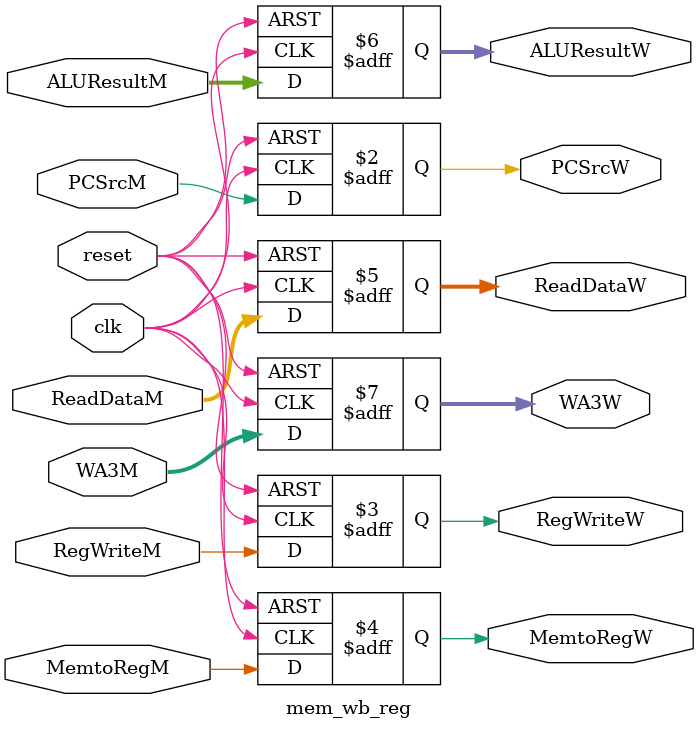
<source format=v>
module mem_wb_reg (
    input wire clk, reset,
    // Control signals
    input wire PCSrcM, RegWriteM, MemtoRegM,
    // Data signals
    input wire [31:0] ReadDataM,
    input wire [31:0] ALUResultM,
    input wire [3:0] WA3M,
    // Outputs
    output reg PCSrcW, RegWriteW, MemtoRegW,
    output reg [31:0] ReadDataW,
    output reg [31:0] ALUResultW,
    output reg [3:0] WA3W
);
    always @(posedge clk, posedge reset) begin
        if (reset) begin
            PCSrcW <= 0;
            RegWriteW <= 0;
            MemtoRegW <= 0;
            ReadDataW <= 32'b0;
            ALUResultW <= 32'b0;
            WA3W <= 4'b0;
        end
        else begin
            PCSrcW <= PCSrcM;
            RegWriteW <= RegWriteM;
            MemtoRegW <= MemtoRegM;
            ReadDataW <= ReadDataM;
            ALUResultW <= ALUResultM;
            WA3W <= WA3M;
        end
    end
endmodule
</source>
